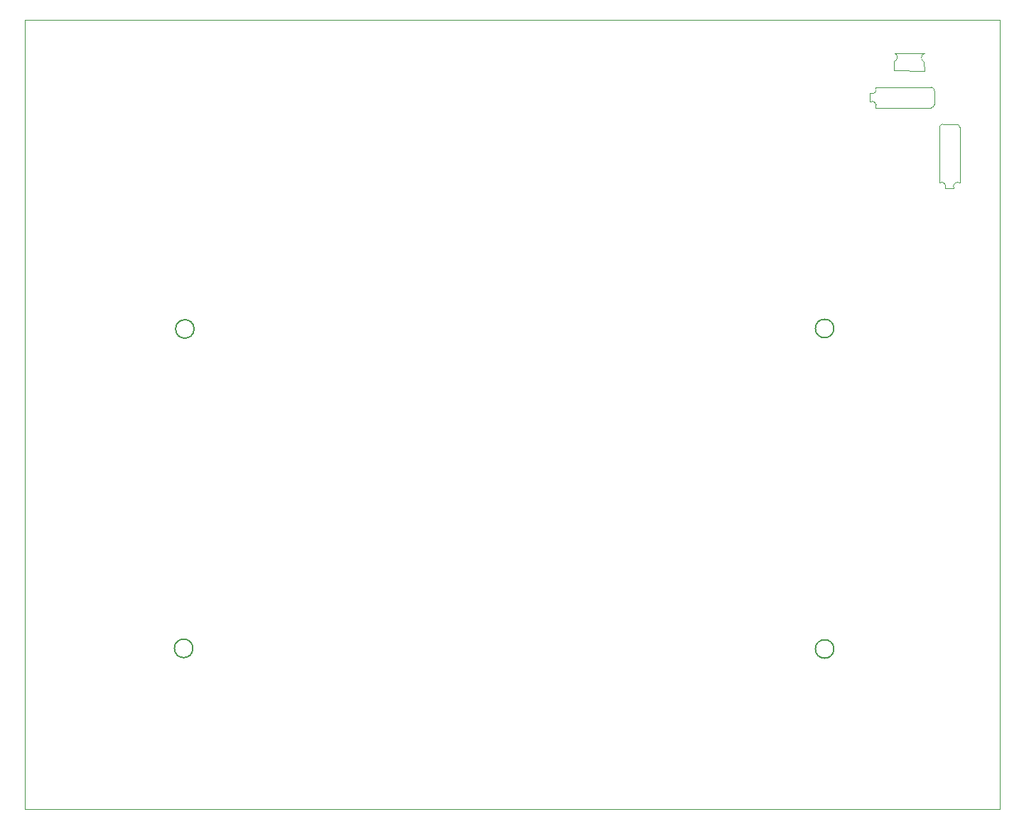
<source format=gbr>
%TF.GenerationSoftware,KiCad,Pcbnew,8.0.7*%
%TF.CreationDate,2025-05-02T22:34:39+09:00*%
%TF.ProjectId,cool642tb_L,636f6f6c-3634-4327-9462-5f4c2e6b6963,rev?*%
%TF.SameCoordinates,Original*%
%TF.FileFunction,Profile,NP*%
%FSLAX46Y46*%
G04 Gerber Fmt 4.6, Leading zero omitted, Abs format (unit mm)*
G04 Created by KiCad (PCBNEW 8.0.7) date 2025-05-02 22:34:39*
%MOMM*%
%LPD*%
G01*
G04 APERTURE LIST*
%TA.AperFunction,Profile*%
%ADD10C,0.200000*%
%TD*%
%TA.AperFunction,Profile*%
%ADD11C,0.050000*%
%TD*%
%TA.AperFunction,Profile*%
%ADD12C,0.120000*%
%TD*%
G04 APERTURE END LIST*
D10*
X86850000Y-47620000D02*
G75*
G02*
X84650000Y-47620000I-1100000J0D01*
G01*
X84650000Y-47620000D02*
G75*
G02*
X86850000Y-47620000I1100000J0D01*
G01*
X10480000Y-47550000D02*
G75*
G02*
X8280000Y-47550000I-1100000J0D01*
G01*
X8280000Y-47550000D02*
G75*
G02*
X10480000Y-47550000I1100000J0D01*
G01*
X86850000Y-9420000D02*
G75*
G02*
X84650000Y-9420000I-1100000J0D01*
G01*
X84650000Y-9420000D02*
G75*
G02*
X86850000Y-9420000I1100000J0D01*
G01*
X10620000Y-9480000D02*
G75*
G02*
X8420000Y-9480000I-1100000J0D01*
G01*
X8420000Y-9480000D02*
G75*
G02*
X10620000Y-9480000I1100000J0D01*
G01*
D11*
X-9570000Y27370000D02*
X106600000Y27370000D01*
X106600000Y-66700000D01*
X-9570000Y-66700000D01*
X-9570000Y27370000D01*
D12*
%TO.C,U1*%
X91152247Y17580553D02*
X91152247Y18621953D01*
X91838047Y19307753D02*
X98450507Y19319370D01*
X94026461Y22377540D02*
X94029436Y21324209D01*
X94029436Y21324209D02*
X97610565Y21295791D01*
X94080000Y23402268D02*
X97661129Y23373850D01*
X97607590Y22349122D02*
X97610565Y21295791D01*
X98439000Y16889000D02*
X91838047Y16894753D01*
X98819247Y18926753D02*
X98819247Y17275753D01*
X99432247Y7938047D02*
X99429000Y14539000D01*
X99813247Y14919247D02*
X101464247Y14919247D01*
X101159447Y7252247D02*
X100118047Y7252247D01*
X101845247Y14539000D02*
X101845247Y7938047D01*
X91152247Y17580553D02*
G75*
G02*
X91838047Y16894753I247753J-438047D01*
G01*
X91838047Y19307753D02*
G75*
G02*
X91152247Y18621953I-438047J-247753D01*
G01*
X94080000Y23402268D02*
G75*
G02*
X94026461Y22377540I-220000J-502268D01*
G01*
X97607590Y22349122D02*
G75*
G02*
X97661129Y23373850I220000J502268D01*
G01*
X98450507Y19319370D02*
G75*
G02*
X98819246Y18926753I-9907J-378770D01*
G01*
X98820000Y17270000D02*
G75*
G02*
X98439000Y16889000I-381000J0D01*
G01*
X99429000Y14539000D02*
G75*
G02*
X99810000Y14920000I381000J0D01*
G01*
X99432247Y7938047D02*
G75*
G02*
X100118047Y7252247I247753J-438047D01*
G01*
X101159447Y7252247D02*
G75*
G02*
X101845251Y7938054I438053J247753D01*
G01*
X101464247Y14920000D02*
G75*
G02*
X101845300Y14539000I53J-381000D01*
G01*
%TD*%
M02*

</source>
